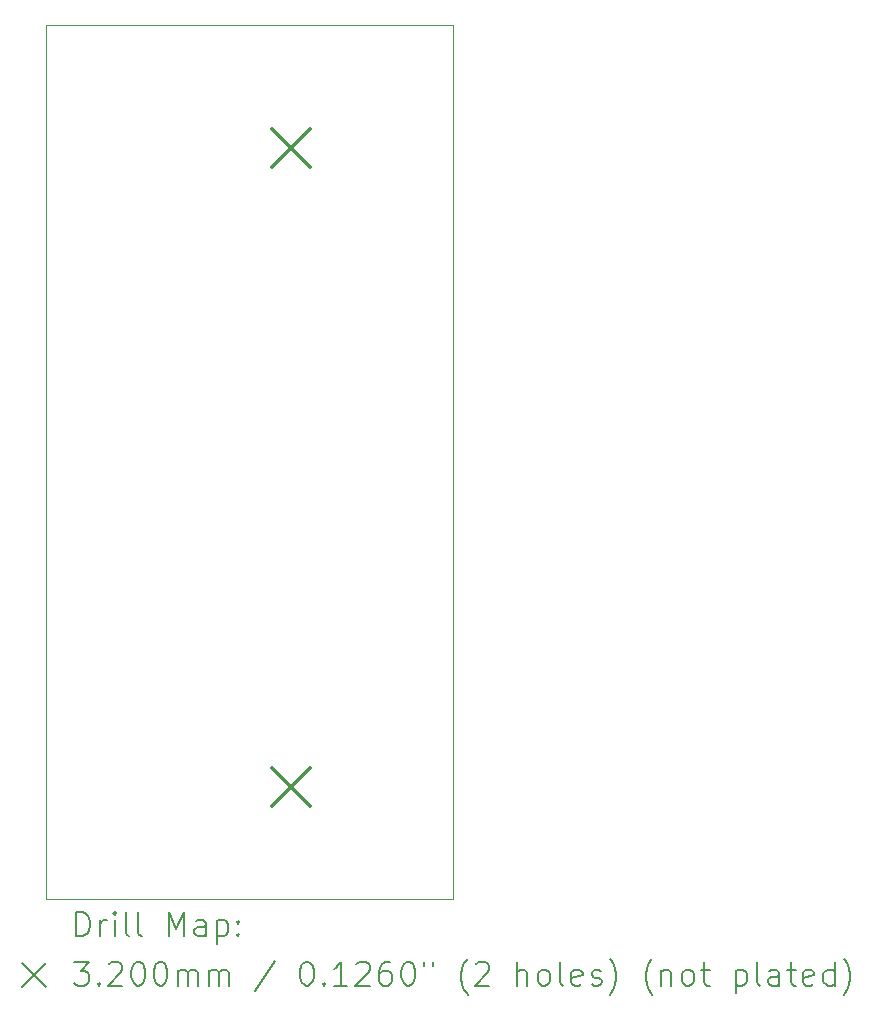
<source format=gbr>
%TF.GenerationSoftware,KiCad,Pcbnew,8.0.1*%
%TF.CreationDate,2024-04-28T12:45:51+02:00*%
%TF.ProjectId,MainControllerNodeMCU-32S,4d61696e-436f-46e7-9472-6f6c6c65724e,rev?*%
%TF.SameCoordinates,Original*%
%TF.FileFunction,Drillmap*%
%TF.FilePolarity,Positive*%
%FSLAX45Y45*%
G04 Gerber Fmt 4.5, Leading zero omitted, Abs format (unit mm)*
G04 Created by KiCad (PCBNEW 8.0.1) date 2024-04-28 12:45:51*
%MOMM*%
%LPD*%
G01*
G04 APERTURE LIST*
%ADD10C,0.050000*%
%ADD11C,0.200000*%
%ADD12C,0.320000*%
G04 APERTURE END LIST*
D10*
X13844680Y-6510380D02*
X17294680Y-6510380D01*
X17294680Y-13910380D01*
X13844680Y-13910380D01*
X13844680Y-6510380D01*
D11*
D12*
X15759680Y-7393320D02*
X16079680Y-7713320D01*
X16079680Y-7393320D02*
X15759680Y-7713320D01*
X15759680Y-12800380D02*
X16079680Y-13120380D01*
X16079680Y-12800380D02*
X15759680Y-13120380D01*
D11*
X14102957Y-14224364D02*
X14102957Y-14024364D01*
X14102957Y-14024364D02*
X14150576Y-14024364D01*
X14150576Y-14024364D02*
X14179147Y-14033888D01*
X14179147Y-14033888D02*
X14198195Y-14052935D01*
X14198195Y-14052935D02*
X14207719Y-14071983D01*
X14207719Y-14071983D02*
X14217242Y-14110078D01*
X14217242Y-14110078D02*
X14217242Y-14138649D01*
X14217242Y-14138649D02*
X14207719Y-14176745D01*
X14207719Y-14176745D02*
X14198195Y-14195792D01*
X14198195Y-14195792D02*
X14179147Y-14214840D01*
X14179147Y-14214840D02*
X14150576Y-14224364D01*
X14150576Y-14224364D02*
X14102957Y-14224364D01*
X14302957Y-14224364D02*
X14302957Y-14091030D01*
X14302957Y-14129126D02*
X14312481Y-14110078D01*
X14312481Y-14110078D02*
X14322004Y-14100554D01*
X14322004Y-14100554D02*
X14341052Y-14091030D01*
X14341052Y-14091030D02*
X14360100Y-14091030D01*
X14426766Y-14224364D02*
X14426766Y-14091030D01*
X14426766Y-14024364D02*
X14417242Y-14033888D01*
X14417242Y-14033888D02*
X14426766Y-14043411D01*
X14426766Y-14043411D02*
X14436290Y-14033888D01*
X14436290Y-14033888D02*
X14426766Y-14024364D01*
X14426766Y-14024364D02*
X14426766Y-14043411D01*
X14550576Y-14224364D02*
X14531528Y-14214840D01*
X14531528Y-14214840D02*
X14522004Y-14195792D01*
X14522004Y-14195792D02*
X14522004Y-14024364D01*
X14655338Y-14224364D02*
X14636290Y-14214840D01*
X14636290Y-14214840D02*
X14626766Y-14195792D01*
X14626766Y-14195792D02*
X14626766Y-14024364D01*
X14883909Y-14224364D02*
X14883909Y-14024364D01*
X14883909Y-14024364D02*
X14950576Y-14167221D01*
X14950576Y-14167221D02*
X15017242Y-14024364D01*
X15017242Y-14024364D02*
X15017242Y-14224364D01*
X15198195Y-14224364D02*
X15198195Y-14119602D01*
X15198195Y-14119602D02*
X15188671Y-14100554D01*
X15188671Y-14100554D02*
X15169623Y-14091030D01*
X15169623Y-14091030D02*
X15131528Y-14091030D01*
X15131528Y-14091030D02*
X15112481Y-14100554D01*
X15198195Y-14214840D02*
X15179147Y-14224364D01*
X15179147Y-14224364D02*
X15131528Y-14224364D01*
X15131528Y-14224364D02*
X15112481Y-14214840D01*
X15112481Y-14214840D02*
X15102957Y-14195792D01*
X15102957Y-14195792D02*
X15102957Y-14176745D01*
X15102957Y-14176745D02*
X15112481Y-14157697D01*
X15112481Y-14157697D02*
X15131528Y-14148173D01*
X15131528Y-14148173D02*
X15179147Y-14148173D01*
X15179147Y-14148173D02*
X15198195Y-14138649D01*
X15293433Y-14091030D02*
X15293433Y-14291030D01*
X15293433Y-14100554D02*
X15312481Y-14091030D01*
X15312481Y-14091030D02*
X15350576Y-14091030D01*
X15350576Y-14091030D02*
X15369623Y-14100554D01*
X15369623Y-14100554D02*
X15379147Y-14110078D01*
X15379147Y-14110078D02*
X15388671Y-14129126D01*
X15388671Y-14129126D02*
X15388671Y-14186268D01*
X15388671Y-14186268D02*
X15379147Y-14205316D01*
X15379147Y-14205316D02*
X15369623Y-14214840D01*
X15369623Y-14214840D02*
X15350576Y-14224364D01*
X15350576Y-14224364D02*
X15312481Y-14224364D01*
X15312481Y-14224364D02*
X15293433Y-14214840D01*
X15474385Y-14205316D02*
X15483909Y-14214840D01*
X15483909Y-14214840D02*
X15474385Y-14224364D01*
X15474385Y-14224364D02*
X15464862Y-14214840D01*
X15464862Y-14214840D02*
X15474385Y-14205316D01*
X15474385Y-14205316D02*
X15474385Y-14224364D01*
X15474385Y-14100554D02*
X15483909Y-14110078D01*
X15483909Y-14110078D02*
X15474385Y-14119602D01*
X15474385Y-14119602D02*
X15464862Y-14110078D01*
X15464862Y-14110078D02*
X15474385Y-14100554D01*
X15474385Y-14100554D02*
X15474385Y-14119602D01*
X13642180Y-14452880D02*
X13842180Y-14652880D01*
X13842180Y-14452880D02*
X13642180Y-14652880D01*
X14083909Y-14444364D02*
X14207719Y-14444364D01*
X14207719Y-14444364D02*
X14141052Y-14520554D01*
X14141052Y-14520554D02*
X14169623Y-14520554D01*
X14169623Y-14520554D02*
X14188671Y-14530078D01*
X14188671Y-14530078D02*
X14198195Y-14539602D01*
X14198195Y-14539602D02*
X14207719Y-14558649D01*
X14207719Y-14558649D02*
X14207719Y-14606268D01*
X14207719Y-14606268D02*
X14198195Y-14625316D01*
X14198195Y-14625316D02*
X14188671Y-14634840D01*
X14188671Y-14634840D02*
X14169623Y-14644364D01*
X14169623Y-14644364D02*
X14112481Y-14644364D01*
X14112481Y-14644364D02*
X14093433Y-14634840D01*
X14093433Y-14634840D02*
X14083909Y-14625316D01*
X14293433Y-14625316D02*
X14302957Y-14634840D01*
X14302957Y-14634840D02*
X14293433Y-14644364D01*
X14293433Y-14644364D02*
X14283909Y-14634840D01*
X14283909Y-14634840D02*
X14293433Y-14625316D01*
X14293433Y-14625316D02*
X14293433Y-14644364D01*
X14379147Y-14463411D02*
X14388671Y-14453888D01*
X14388671Y-14453888D02*
X14407719Y-14444364D01*
X14407719Y-14444364D02*
X14455338Y-14444364D01*
X14455338Y-14444364D02*
X14474385Y-14453888D01*
X14474385Y-14453888D02*
X14483909Y-14463411D01*
X14483909Y-14463411D02*
X14493433Y-14482459D01*
X14493433Y-14482459D02*
X14493433Y-14501507D01*
X14493433Y-14501507D02*
X14483909Y-14530078D01*
X14483909Y-14530078D02*
X14369623Y-14644364D01*
X14369623Y-14644364D02*
X14493433Y-14644364D01*
X14617242Y-14444364D02*
X14636290Y-14444364D01*
X14636290Y-14444364D02*
X14655338Y-14453888D01*
X14655338Y-14453888D02*
X14664862Y-14463411D01*
X14664862Y-14463411D02*
X14674385Y-14482459D01*
X14674385Y-14482459D02*
X14683909Y-14520554D01*
X14683909Y-14520554D02*
X14683909Y-14568173D01*
X14683909Y-14568173D02*
X14674385Y-14606268D01*
X14674385Y-14606268D02*
X14664862Y-14625316D01*
X14664862Y-14625316D02*
X14655338Y-14634840D01*
X14655338Y-14634840D02*
X14636290Y-14644364D01*
X14636290Y-14644364D02*
X14617242Y-14644364D01*
X14617242Y-14644364D02*
X14598195Y-14634840D01*
X14598195Y-14634840D02*
X14588671Y-14625316D01*
X14588671Y-14625316D02*
X14579147Y-14606268D01*
X14579147Y-14606268D02*
X14569623Y-14568173D01*
X14569623Y-14568173D02*
X14569623Y-14520554D01*
X14569623Y-14520554D02*
X14579147Y-14482459D01*
X14579147Y-14482459D02*
X14588671Y-14463411D01*
X14588671Y-14463411D02*
X14598195Y-14453888D01*
X14598195Y-14453888D02*
X14617242Y-14444364D01*
X14807719Y-14444364D02*
X14826766Y-14444364D01*
X14826766Y-14444364D02*
X14845814Y-14453888D01*
X14845814Y-14453888D02*
X14855338Y-14463411D01*
X14855338Y-14463411D02*
X14864862Y-14482459D01*
X14864862Y-14482459D02*
X14874385Y-14520554D01*
X14874385Y-14520554D02*
X14874385Y-14568173D01*
X14874385Y-14568173D02*
X14864862Y-14606268D01*
X14864862Y-14606268D02*
X14855338Y-14625316D01*
X14855338Y-14625316D02*
X14845814Y-14634840D01*
X14845814Y-14634840D02*
X14826766Y-14644364D01*
X14826766Y-14644364D02*
X14807719Y-14644364D01*
X14807719Y-14644364D02*
X14788671Y-14634840D01*
X14788671Y-14634840D02*
X14779147Y-14625316D01*
X14779147Y-14625316D02*
X14769623Y-14606268D01*
X14769623Y-14606268D02*
X14760100Y-14568173D01*
X14760100Y-14568173D02*
X14760100Y-14520554D01*
X14760100Y-14520554D02*
X14769623Y-14482459D01*
X14769623Y-14482459D02*
X14779147Y-14463411D01*
X14779147Y-14463411D02*
X14788671Y-14453888D01*
X14788671Y-14453888D02*
X14807719Y-14444364D01*
X14960100Y-14644364D02*
X14960100Y-14511030D01*
X14960100Y-14530078D02*
X14969623Y-14520554D01*
X14969623Y-14520554D02*
X14988671Y-14511030D01*
X14988671Y-14511030D02*
X15017243Y-14511030D01*
X15017243Y-14511030D02*
X15036290Y-14520554D01*
X15036290Y-14520554D02*
X15045814Y-14539602D01*
X15045814Y-14539602D02*
X15045814Y-14644364D01*
X15045814Y-14539602D02*
X15055338Y-14520554D01*
X15055338Y-14520554D02*
X15074385Y-14511030D01*
X15074385Y-14511030D02*
X15102957Y-14511030D01*
X15102957Y-14511030D02*
X15122004Y-14520554D01*
X15122004Y-14520554D02*
X15131528Y-14539602D01*
X15131528Y-14539602D02*
X15131528Y-14644364D01*
X15226766Y-14644364D02*
X15226766Y-14511030D01*
X15226766Y-14530078D02*
X15236290Y-14520554D01*
X15236290Y-14520554D02*
X15255338Y-14511030D01*
X15255338Y-14511030D02*
X15283909Y-14511030D01*
X15283909Y-14511030D02*
X15302957Y-14520554D01*
X15302957Y-14520554D02*
X15312481Y-14539602D01*
X15312481Y-14539602D02*
X15312481Y-14644364D01*
X15312481Y-14539602D02*
X15322004Y-14520554D01*
X15322004Y-14520554D02*
X15341052Y-14511030D01*
X15341052Y-14511030D02*
X15369623Y-14511030D01*
X15369623Y-14511030D02*
X15388671Y-14520554D01*
X15388671Y-14520554D02*
X15398195Y-14539602D01*
X15398195Y-14539602D02*
X15398195Y-14644364D01*
X15788671Y-14434840D02*
X15617243Y-14691983D01*
X16045814Y-14444364D02*
X16064862Y-14444364D01*
X16064862Y-14444364D02*
X16083909Y-14453888D01*
X16083909Y-14453888D02*
X16093433Y-14463411D01*
X16093433Y-14463411D02*
X16102957Y-14482459D01*
X16102957Y-14482459D02*
X16112481Y-14520554D01*
X16112481Y-14520554D02*
X16112481Y-14568173D01*
X16112481Y-14568173D02*
X16102957Y-14606268D01*
X16102957Y-14606268D02*
X16093433Y-14625316D01*
X16093433Y-14625316D02*
X16083909Y-14634840D01*
X16083909Y-14634840D02*
X16064862Y-14644364D01*
X16064862Y-14644364D02*
X16045814Y-14644364D01*
X16045814Y-14644364D02*
X16026766Y-14634840D01*
X16026766Y-14634840D02*
X16017243Y-14625316D01*
X16017243Y-14625316D02*
X16007719Y-14606268D01*
X16007719Y-14606268D02*
X15998195Y-14568173D01*
X15998195Y-14568173D02*
X15998195Y-14520554D01*
X15998195Y-14520554D02*
X16007719Y-14482459D01*
X16007719Y-14482459D02*
X16017243Y-14463411D01*
X16017243Y-14463411D02*
X16026766Y-14453888D01*
X16026766Y-14453888D02*
X16045814Y-14444364D01*
X16198195Y-14625316D02*
X16207719Y-14634840D01*
X16207719Y-14634840D02*
X16198195Y-14644364D01*
X16198195Y-14644364D02*
X16188671Y-14634840D01*
X16188671Y-14634840D02*
X16198195Y-14625316D01*
X16198195Y-14625316D02*
X16198195Y-14644364D01*
X16398195Y-14644364D02*
X16283909Y-14644364D01*
X16341052Y-14644364D02*
X16341052Y-14444364D01*
X16341052Y-14444364D02*
X16322005Y-14472935D01*
X16322005Y-14472935D02*
X16302957Y-14491983D01*
X16302957Y-14491983D02*
X16283909Y-14501507D01*
X16474386Y-14463411D02*
X16483909Y-14453888D01*
X16483909Y-14453888D02*
X16502957Y-14444364D01*
X16502957Y-14444364D02*
X16550576Y-14444364D01*
X16550576Y-14444364D02*
X16569624Y-14453888D01*
X16569624Y-14453888D02*
X16579147Y-14463411D01*
X16579147Y-14463411D02*
X16588671Y-14482459D01*
X16588671Y-14482459D02*
X16588671Y-14501507D01*
X16588671Y-14501507D02*
X16579147Y-14530078D01*
X16579147Y-14530078D02*
X16464862Y-14644364D01*
X16464862Y-14644364D02*
X16588671Y-14644364D01*
X16760100Y-14444364D02*
X16722005Y-14444364D01*
X16722005Y-14444364D02*
X16702957Y-14453888D01*
X16702957Y-14453888D02*
X16693433Y-14463411D01*
X16693433Y-14463411D02*
X16674386Y-14491983D01*
X16674386Y-14491983D02*
X16664862Y-14530078D01*
X16664862Y-14530078D02*
X16664862Y-14606268D01*
X16664862Y-14606268D02*
X16674386Y-14625316D01*
X16674386Y-14625316D02*
X16683909Y-14634840D01*
X16683909Y-14634840D02*
X16702957Y-14644364D01*
X16702957Y-14644364D02*
X16741052Y-14644364D01*
X16741052Y-14644364D02*
X16760100Y-14634840D01*
X16760100Y-14634840D02*
X16769624Y-14625316D01*
X16769624Y-14625316D02*
X16779148Y-14606268D01*
X16779148Y-14606268D02*
X16779148Y-14558649D01*
X16779148Y-14558649D02*
X16769624Y-14539602D01*
X16769624Y-14539602D02*
X16760100Y-14530078D01*
X16760100Y-14530078D02*
X16741052Y-14520554D01*
X16741052Y-14520554D02*
X16702957Y-14520554D01*
X16702957Y-14520554D02*
X16683909Y-14530078D01*
X16683909Y-14530078D02*
X16674386Y-14539602D01*
X16674386Y-14539602D02*
X16664862Y-14558649D01*
X16902957Y-14444364D02*
X16922005Y-14444364D01*
X16922005Y-14444364D02*
X16941052Y-14453888D01*
X16941052Y-14453888D02*
X16950576Y-14463411D01*
X16950576Y-14463411D02*
X16960100Y-14482459D01*
X16960100Y-14482459D02*
X16969624Y-14520554D01*
X16969624Y-14520554D02*
X16969624Y-14568173D01*
X16969624Y-14568173D02*
X16960100Y-14606268D01*
X16960100Y-14606268D02*
X16950576Y-14625316D01*
X16950576Y-14625316D02*
X16941052Y-14634840D01*
X16941052Y-14634840D02*
X16922005Y-14644364D01*
X16922005Y-14644364D02*
X16902957Y-14644364D01*
X16902957Y-14644364D02*
X16883909Y-14634840D01*
X16883909Y-14634840D02*
X16874386Y-14625316D01*
X16874386Y-14625316D02*
X16864862Y-14606268D01*
X16864862Y-14606268D02*
X16855338Y-14568173D01*
X16855338Y-14568173D02*
X16855338Y-14520554D01*
X16855338Y-14520554D02*
X16864862Y-14482459D01*
X16864862Y-14482459D02*
X16874386Y-14463411D01*
X16874386Y-14463411D02*
X16883909Y-14453888D01*
X16883909Y-14453888D02*
X16902957Y-14444364D01*
X17045814Y-14444364D02*
X17045814Y-14482459D01*
X17122005Y-14444364D02*
X17122005Y-14482459D01*
X17417243Y-14720554D02*
X17407719Y-14711030D01*
X17407719Y-14711030D02*
X17388671Y-14682459D01*
X17388671Y-14682459D02*
X17379148Y-14663411D01*
X17379148Y-14663411D02*
X17369624Y-14634840D01*
X17369624Y-14634840D02*
X17360100Y-14587221D01*
X17360100Y-14587221D02*
X17360100Y-14549126D01*
X17360100Y-14549126D02*
X17369624Y-14501507D01*
X17369624Y-14501507D02*
X17379148Y-14472935D01*
X17379148Y-14472935D02*
X17388671Y-14453888D01*
X17388671Y-14453888D02*
X17407719Y-14425316D01*
X17407719Y-14425316D02*
X17417243Y-14415792D01*
X17483910Y-14463411D02*
X17493433Y-14453888D01*
X17493433Y-14453888D02*
X17512481Y-14444364D01*
X17512481Y-14444364D02*
X17560100Y-14444364D01*
X17560100Y-14444364D02*
X17579148Y-14453888D01*
X17579148Y-14453888D02*
X17588671Y-14463411D01*
X17588671Y-14463411D02*
X17598195Y-14482459D01*
X17598195Y-14482459D02*
X17598195Y-14501507D01*
X17598195Y-14501507D02*
X17588671Y-14530078D01*
X17588671Y-14530078D02*
X17474386Y-14644364D01*
X17474386Y-14644364D02*
X17598195Y-14644364D01*
X17836291Y-14644364D02*
X17836291Y-14444364D01*
X17922005Y-14644364D02*
X17922005Y-14539602D01*
X17922005Y-14539602D02*
X17912481Y-14520554D01*
X17912481Y-14520554D02*
X17893433Y-14511030D01*
X17893433Y-14511030D02*
X17864862Y-14511030D01*
X17864862Y-14511030D02*
X17845814Y-14520554D01*
X17845814Y-14520554D02*
X17836291Y-14530078D01*
X18045814Y-14644364D02*
X18026767Y-14634840D01*
X18026767Y-14634840D02*
X18017243Y-14625316D01*
X18017243Y-14625316D02*
X18007719Y-14606268D01*
X18007719Y-14606268D02*
X18007719Y-14549126D01*
X18007719Y-14549126D02*
X18017243Y-14530078D01*
X18017243Y-14530078D02*
X18026767Y-14520554D01*
X18026767Y-14520554D02*
X18045814Y-14511030D01*
X18045814Y-14511030D02*
X18074386Y-14511030D01*
X18074386Y-14511030D02*
X18093433Y-14520554D01*
X18093433Y-14520554D02*
X18102957Y-14530078D01*
X18102957Y-14530078D02*
X18112481Y-14549126D01*
X18112481Y-14549126D02*
X18112481Y-14606268D01*
X18112481Y-14606268D02*
X18102957Y-14625316D01*
X18102957Y-14625316D02*
X18093433Y-14634840D01*
X18093433Y-14634840D02*
X18074386Y-14644364D01*
X18074386Y-14644364D02*
X18045814Y-14644364D01*
X18226767Y-14644364D02*
X18207719Y-14634840D01*
X18207719Y-14634840D02*
X18198195Y-14615792D01*
X18198195Y-14615792D02*
X18198195Y-14444364D01*
X18379148Y-14634840D02*
X18360100Y-14644364D01*
X18360100Y-14644364D02*
X18322005Y-14644364D01*
X18322005Y-14644364D02*
X18302957Y-14634840D01*
X18302957Y-14634840D02*
X18293433Y-14615792D01*
X18293433Y-14615792D02*
X18293433Y-14539602D01*
X18293433Y-14539602D02*
X18302957Y-14520554D01*
X18302957Y-14520554D02*
X18322005Y-14511030D01*
X18322005Y-14511030D02*
X18360100Y-14511030D01*
X18360100Y-14511030D02*
X18379148Y-14520554D01*
X18379148Y-14520554D02*
X18388672Y-14539602D01*
X18388672Y-14539602D02*
X18388672Y-14558649D01*
X18388672Y-14558649D02*
X18293433Y-14577697D01*
X18464862Y-14634840D02*
X18483910Y-14644364D01*
X18483910Y-14644364D02*
X18522005Y-14644364D01*
X18522005Y-14644364D02*
X18541053Y-14634840D01*
X18541053Y-14634840D02*
X18550576Y-14615792D01*
X18550576Y-14615792D02*
X18550576Y-14606268D01*
X18550576Y-14606268D02*
X18541053Y-14587221D01*
X18541053Y-14587221D02*
X18522005Y-14577697D01*
X18522005Y-14577697D02*
X18493433Y-14577697D01*
X18493433Y-14577697D02*
X18474386Y-14568173D01*
X18474386Y-14568173D02*
X18464862Y-14549126D01*
X18464862Y-14549126D02*
X18464862Y-14539602D01*
X18464862Y-14539602D02*
X18474386Y-14520554D01*
X18474386Y-14520554D02*
X18493433Y-14511030D01*
X18493433Y-14511030D02*
X18522005Y-14511030D01*
X18522005Y-14511030D02*
X18541053Y-14520554D01*
X18617243Y-14720554D02*
X18626767Y-14711030D01*
X18626767Y-14711030D02*
X18645814Y-14682459D01*
X18645814Y-14682459D02*
X18655338Y-14663411D01*
X18655338Y-14663411D02*
X18664862Y-14634840D01*
X18664862Y-14634840D02*
X18674386Y-14587221D01*
X18674386Y-14587221D02*
X18674386Y-14549126D01*
X18674386Y-14549126D02*
X18664862Y-14501507D01*
X18664862Y-14501507D02*
X18655338Y-14472935D01*
X18655338Y-14472935D02*
X18645814Y-14453888D01*
X18645814Y-14453888D02*
X18626767Y-14425316D01*
X18626767Y-14425316D02*
X18617243Y-14415792D01*
X18979148Y-14720554D02*
X18969624Y-14711030D01*
X18969624Y-14711030D02*
X18950576Y-14682459D01*
X18950576Y-14682459D02*
X18941053Y-14663411D01*
X18941053Y-14663411D02*
X18931529Y-14634840D01*
X18931529Y-14634840D02*
X18922005Y-14587221D01*
X18922005Y-14587221D02*
X18922005Y-14549126D01*
X18922005Y-14549126D02*
X18931529Y-14501507D01*
X18931529Y-14501507D02*
X18941053Y-14472935D01*
X18941053Y-14472935D02*
X18950576Y-14453888D01*
X18950576Y-14453888D02*
X18969624Y-14425316D01*
X18969624Y-14425316D02*
X18979148Y-14415792D01*
X19055338Y-14511030D02*
X19055338Y-14644364D01*
X19055338Y-14530078D02*
X19064862Y-14520554D01*
X19064862Y-14520554D02*
X19083910Y-14511030D01*
X19083910Y-14511030D02*
X19112481Y-14511030D01*
X19112481Y-14511030D02*
X19131529Y-14520554D01*
X19131529Y-14520554D02*
X19141053Y-14539602D01*
X19141053Y-14539602D02*
X19141053Y-14644364D01*
X19264862Y-14644364D02*
X19245814Y-14634840D01*
X19245814Y-14634840D02*
X19236291Y-14625316D01*
X19236291Y-14625316D02*
X19226767Y-14606268D01*
X19226767Y-14606268D02*
X19226767Y-14549126D01*
X19226767Y-14549126D02*
X19236291Y-14530078D01*
X19236291Y-14530078D02*
X19245814Y-14520554D01*
X19245814Y-14520554D02*
X19264862Y-14511030D01*
X19264862Y-14511030D02*
X19293434Y-14511030D01*
X19293434Y-14511030D02*
X19312481Y-14520554D01*
X19312481Y-14520554D02*
X19322005Y-14530078D01*
X19322005Y-14530078D02*
X19331529Y-14549126D01*
X19331529Y-14549126D02*
X19331529Y-14606268D01*
X19331529Y-14606268D02*
X19322005Y-14625316D01*
X19322005Y-14625316D02*
X19312481Y-14634840D01*
X19312481Y-14634840D02*
X19293434Y-14644364D01*
X19293434Y-14644364D02*
X19264862Y-14644364D01*
X19388672Y-14511030D02*
X19464862Y-14511030D01*
X19417243Y-14444364D02*
X19417243Y-14615792D01*
X19417243Y-14615792D02*
X19426767Y-14634840D01*
X19426767Y-14634840D02*
X19445814Y-14644364D01*
X19445814Y-14644364D02*
X19464862Y-14644364D01*
X19683910Y-14511030D02*
X19683910Y-14711030D01*
X19683910Y-14520554D02*
X19702957Y-14511030D01*
X19702957Y-14511030D02*
X19741053Y-14511030D01*
X19741053Y-14511030D02*
X19760100Y-14520554D01*
X19760100Y-14520554D02*
X19769624Y-14530078D01*
X19769624Y-14530078D02*
X19779148Y-14549126D01*
X19779148Y-14549126D02*
X19779148Y-14606268D01*
X19779148Y-14606268D02*
X19769624Y-14625316D01*
X19769624Y-14625316D02*
X19760100Y-14634840D01*
X19760100Y-14634840D02*
X19741053Y-14644364D01*
X19741053Y-14644364D02*
X19702957Y-14644364D01*
X19702957Y-14644364D02*
X19683910Y-14634840D01*
X19893434Y-14644364D02*
X19874386Y-14634840D01*
X19874386Y-14634840D02*
X19864862Y-14615792D01*
X19864862Y-14615792D02*
X19864862Y-14444364D01*
X20055338Y-14644364D02*
X20055338Y-14539602D01*
X20055338Y-14539602D02*
X20045815Y-14520554D01*
X20045815Y-14520554D02*
X20026767Y-14511030D01*
X20026767Y-14511030D02*
X19988672Y-14511030D01*
X19988672Y-14511030D02*
X19969624Y-14520554D01*
X20055338Y-14634840D02*
X20036291Y-14644364D01*
X20036291Y-14644364D02*
X19988672Y-14644364D01*
X19988672Y-14644364D02*
X19969624Y-14634840D01*
X19969624Y-14634840D02*
X19960100Y-14615792D01*
X19960100Y-14615792D02*
X19960100Y-14596745D01*
X19960100Y-14596745D02*
X19969624Y-14577697D01*
X19969624Y-14577697D02*
X19988672Y-14568173D01*
X19988672Y-14568173D02*
X20036291Y-14568173D01*
X20036291Y-14568173D02*
X20055338Y-14558649D01*
X20122005Y-14511030D02*
X20198195Y-14511030D01*
X20150576Y-14444364D02*
X20150576Y-14615792D01*
X20150576Y-14615792D02*
X20160100Y-14634840D01*
X20160100Y-14634840D02*
X20179148Y-14644364D01*
X20179148Y-14644364D02*
X20198195Y-14644364D01*
X20341053Y-14634840D02*
X20322005Y-14644364D01*
X20322005Y-14644364D02*
X20283910Y-14644364D01*
X20283910Y-14644364D02*
X20264862Y-14634840D01*
X20264862Y-14634840D02*
X20255338Y-14615792D01*
X20255338Y-14615792D02*
X20255338Y-14539602D01*
X20255338Y-14539602D02*
X20264862Y-14520554D01*
X20264862Y-14520554D02*
X20283910Y-14511030D01*
X20283910Y-14511030D02*
X20322005Y-14511030D01*
X20322005Y-14511030D02*
X20341053Y-14520554D01*
X20341053Y-14520554D02*
X20350576Y-14539602D01*
X20350576Y-14539602D02*
X20350576Y-14558649D01*
X20350576Y-14558649D02*
X20255338Y-14577697D01*
X20522005Y-14644364D02*
X20522005Y-14444364D01*
X20522005Y-14634840D02*
X20502957Y-14644364D01*
X20502957Y-14644364D02*
X20464862Y-14644364D01*
X20464862Y-14644364D02*
X20445815Y-14634840D01*
X20445815Y-14634840D02*
X20436291Y-14625316D01*
X20436291Y-14625316D02*
X20426767Y-14606268D01*
X20426767Y-14606268D02*
X20426767Y-14549126D01*
X20426767Y-14549126D02*
X20436291Y-14530078D01*
X20436291Y-14530078D02*
X20445815Y-14520554D01*
X20445815Y-14520554D02*
X20464862Y-14511030D01*
X20464862Y-14511030D02*
X20502957Y-14511030D01*
X20502957Y-14511030D02*
X20522005Y-14520554D01*
X20598196Y-14720554D02*
X20607719Y-14711030D01*
X20607719Y-14711030D02*
X20626767Y-14682459D01*
X20626767Y-14682459D02*
X20636291Y-14663411D01*
X20636291Y-14663411D02*
X20645815Y-14634840D01*
X20645815Y-14634840D02*
X20655338Y-14587221D01*
X20655338Y-14587221D02*
X20655338Y-14549126D01*
X20655338Y-14549126D02*
X20645815Y-14501507D01*
X20645815Y-14501507D02*
X20636291Y-14472935D01*
X20636291Y-14472935D02*
X20626767Y-14453888D01*
X20626767Y-14453888D02*
X20607719Y-14425316D01*
X20607719Y-14425316D02*
X20598196Y-14415792D01*
M02*

</source>
